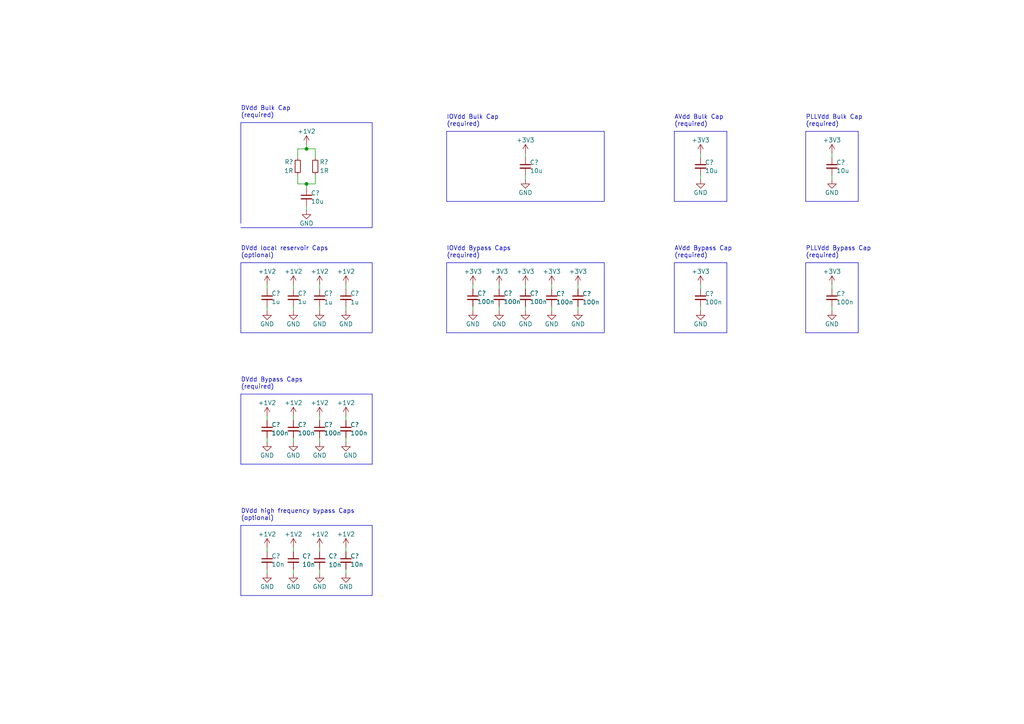
<source format=kicad_sch>
(kicad_sch (version 20230121) (generator eeschema)
  (paper "A4")
  (title_block (title "SmallDSP") (date "2023-10-12") (rev "1.1") (company "Till Heuer"))
  (lib_symbols
    (symbol "Device:C_Small" (pin_numbers hide) (pin_names (offset 0.254) hide)
      (property "Reference" "C" (at 0.254 1.778 0))
      (property "Value" "C_Small" (at 0.254 -2.032 0))
      (symbol "C_Small_0_1"
        (polyline (pts (xy -1.524 -0.508) (xy 1.524 -0.508)) (stroke (width 0.3302)))
        (polyline (pts (xy -1.524 0.508) (xy 1.524 0.508)) (stroke (width 0.3048)))
      )
      (symbol "C_Small_1_1"
        (pin passive line (at 0 2.54 270) (length 2.032) (name "~") (number "1"))
        (pin passive line (at 0 -2.54 90) (length 2.032) (name "~") (number "2"))
      )
    )
    (symbol "Device:R_Small" (pin_numbers hide) (pin_names (offset 0.254) hide)
      (property "Reference" "R" (at 0.762 0.508 0))
      (property "Value" "R_Small" (at 0.762 -1.016 0))
      (symbol "R_Small_0_1"
        (rectangle (start -0.762 1.778) (end 0.762 -1.778) (stroke (width 0.2032)))
      )
      (symbol "R_Small_1_1"
        (pin passive line (at 0 2.54 270) (length 0.762) (name "~") (number "1"))
        (pin passive line (at 0 -2.54 90) (length 0.762) (name "~") (number "2"))
      )
    )
    (symbol "power:+1V2" (power) (pin_names (offset 0))
      (property "Value" "+1V2" (at 0 3.556 0))
      (symbol "+1V2_0_1"
        (polyline (pts (xy -0.762 1.27) (xy 0 2.54)))
        (polyline (pts (xy 0 0) (xy 0 2.54)))
        (polyline (pts (xy 0 2.54) (xy 0.762 1.27)))
      )
      (symbol "+1V2_1_1"
        (pin power_in line (at 0 0 90) (length 0) hide (name "+1V2") (number "1"))
      )
    )
    (symbol "power:+3V3" (power) (pin_names (offset 0))
      (property "Value" "+3V3" (at 0 3.556 0))
      (symbol "+3V3_0_1"
        (polyline (pts (xy -0.762 1.27) (xy 0 2.54)))
        (polyline (pts (xy 0 0) (xy 0 2.54)))
        (polyline (pts (xy 0 2.54) (xy 0.762 1.27)))
      )
      (symbol "+3V3_1_1"
        (pin power_in line (at 0 0 90) (length 0) hide (name "+3V3") (number "1"))
      )
    )
    (symbol "power:GND" (power) (pin_names (offset 0))
      (property "Value" "GND" (at 0 -3.81 0))
      (symbol "GND_0_1"
        (polyline (pts (xy 0 0) (xy 0 -1.27) (xy 1.27 -1.27) (xy 0 -2.54) (xy -1.27 -1.27) (xy 0 -1.27)))
      )
      (symbol "GND_1_1"
        (pin power_in line (at 0 0 270) (length 0) hide (name "GND") (number "1"))
      )
    )
  )
  (junction (at 88.9 43.18))
  (junction (at 88.9 53.34))
  (polyline (pts (xy 69.85 96.52) (xy 69.85 76.2)))
  (wire (pts (xy 203.2 88.9) (xy 203.2 90.17)))
  (wire (pts (xy 160.02 82.55) (xy 160.02 83.82)))
  (polyline (pts (xy 129.54 76.2) (xy 175.26 76.2)))
  (polyline (pts (xy 248.92 38.1) (xy 248.92 58.42)))
  (wire (pts (xy 167.64 88.9) (xy 167.64 90.17)))
  (wire (pts (xy 91.44 45.72) (xy 91.44 43.18)))
  (wire (pts (xy 85.09 120.65) (xy 85.09 121.92)))
  (wire (pts (xy 91.44 43.18) (xy 88.9 43.18)))
  (polyline (pts (xy 175.26 76.2) (xy 175.26 96.52)))
  (wire (pts (xy 85.09 158.75) (xy 85.09 160.02)))
  (wire (pts (xy 77.47 88.9) (xy 77.47 90.17)))
  (wire (pts (xy 203.2 50.8) (xy 203.2 52.07)))
  (wire (pts (xy 100.33 165.1) (xy 100.33 166.37)))
  (polyline (pts (xy 233.68 58.42) (xy 248.92 58.42)))
  (wire (pts (xy 77.47 158.75) (xy 77.47 160.02)))
  (wire (pts (xy 77.47 127) (xy 77.47 128.27)))
  (wire (pts (xy 85.09 88.9) (xy 85.09 90.17)))
  (wire (pts (xy 91.44 50.8) (xy 91.44 53.34)))
  (polyline (pts (xy 210.82 96.52) (xy 210.82 76.2)))
  (wire (pts (xy 203.2 82.55) (xy 203.2 83.82)))
  (wire (pts (xy 100.33 120.65) (xy 100.33 121.92)))
  (polyline (pts (xy 69.85 64.77) (xy 69.85 35.56)))
  (wire (pts (xy 167.64 82.55) (xy 167.64 83.82)))
  (wire (pts (xy 241.3 50.8) (xy 241.3 52.07)))
  (polyline (pts (xy 175.26 38.1) (xy 129.54 38.1)))
  (wire (pts (xy 100.33 158.75) (xy 100.33 160.02)))
  (polyline (pts (xy 195.58 96.52) (xy 203.2 96.52)))
  (wire (pts (xy 144.78 82.55) (xy 144.78 83.82)))
  (polyline (pts (xy 195.58 58.42) (xy 210.82 58.42)))
  (polyline (pts (xy 203.2 96.52) (xy 210.82 96.52)))
  (polyline (pts (xy 69.85 172.72) (xy 107.95 172.72)))
  (polyline (pts (xy 86.36 66.04) (xy 107.95 66.04)))
  (polyline (pts (xy 233.68 58.42) (xy 233.68 38.1)))
  (polyline (pts (xy 86.36 66.04) (xy 69.85 66.04)))
  (polyline (pts (xy 233.68 76.2) (xy 248.92 76.2)))
  (wire (pts (xy 241.3 82.55) (xy 241.3 83.82)))
  (wire (pts (xy 88.9 53.34) (xy 88.9 54.61)))
  (polyline (pts (xy 210.82 38.1) (xy 210.82 58.42)))
  (polyline (pts (xy 69.85 152.4) (xy 107.95 152.4)))
  (wire (pts (xy 144.78 88.9) (xy 144.78 90.17)))
  (wire (pts (xy 203.2 44.45) (xy 203.2 45.72)))
  (wire (pts (xy 160.02 88.9) (xy 160.02 90.17)))
  (wire (pts (xy 92.71 158.75) (xy 92.71 160.02)))
  (wire (pts (xy 152.4 44.45) (xy 152.4 45.72)))
  (wire (pts (xy 152.4 82.55) (xy 152.4 83.82)))
  (wire (pts (xy 100.33 127) (xy 100.33 128.27)))
  (wire (pts (xy 88.9 59.69) (xy 88.9 60.96)))
  (polyline (pts (xy 210.82 76.2) (xy 195.58 76.2)))
  (wire (pts (xy 241.3 44.45) (xy 241.3 45.72)))
  (wire (pts (xy 100.33 88.9) (xy 100.33 90.17)))
  (polyline (pts (xy 233.68 96.52) (xy 233.68 76.2)))
  (wire (pts (xy 92.71 165.1) (xy 92.71 166.37)))
  (wire (pts (xy 152.4 50.8) (xy 152.4 52.07)))
  (polyline (pts (xy 69.85 172.72) (xy 69.85 152.4)))
  (wire (pts (xy 85.09 165.1) (xy 85.09 166.37)))
  (wire (pts (xy 77.47 120.65) (xy 77.47 121.92)))
  (polyline (pts (xy 248.92 76.2) (xy 248.92 96.52)))
  (wire (pts (xy 241.3 88.9) (xy 241.3 90.17)))
  (wire (pts (xy 77.47 82.55) (xy 77.47 83.82)))
  (wire (pts (xy 86.36 50.8) (xy 86.36 53.34)))
  (polyline (pts (xy 107.95 152.4) (xy 107.95 172.72)))
  (polyline (pts (xy 107.95 76.2) (xy 107.95 96.52)))
  (polyline (pts (xy 195.58 76.2) (xy 195.58 96.52)))
  (polyline (pts (xy 107.95 114.3) (xy 69.85 114.3)))
  (polyline (pts (xy 69.85 114.3) (xy 69.85 134.62)))
  (polyline (pts (xy 129.54 58.42) (xy 175.26 58.42)))
  (polyline (pts (xy 233.68 38.1) (xy 248.92 38.1)))
  (wire (pts (xy 137.16 88.9) (xy 137.16 90.17)))
  (wire (pts (xy 88.9 41.91) (xy 88.9 43.18)))
  (polyline (pts (xy 175.26 96.52) (xy 129.54 96.52)))
  (polyline (pts (xy 69.85 76.2) (xy 107.95 76.2)))
  (polyline (pts (xy 129.54 38.1) (xy 129.54 58.42)))
  (wire (pts (xy 86.36 43.18) (xy 86.36 45.72)))
  (wire (pts (xy 91.44 53.34) (xy 88.9 53.34)))
  (polyline (pts (xy 195.58 38.1) (xy 210.82 38.1)))
  (polyline (pts (xy 107.95 35.56) (xy 107.95 66.04)))
  (wire (pts (xy 92.71 120.65) (xy 92.71 121.92)))
  (polyline (pts (xy 69.85 96.52) (xy 107.95 96.52)))
  (wire (pts (xy 137.16 82.55) (xy 137.16 83.82)))
  (wire (pts (xy 152.4 88.9) (xy 152.4 90.17)))
  (polyline (pts (xy 107.95 134.62) (xy 107.95 114.3)))
  (polyline (pts (xy 69.85 35.56) (xy 107.95 35.56)))
  (wire (pts (xy 85.09 82.55) (xy 85.09 83.82)))
  (polyline (pts (xy 129.54 96.52) (xy 129.54 76.2)))
  (polyline (pts (xy 175.26 58.42) (xy 175.26 38.1)))
  (wire (pts (xy 92.71 88.9) (xy 92.71 90.17)))
  (polyline (pts (xy 233.68 96.52) (xy 248.92 96.52)))
  (wire (pts (xy 77.47 165.1) (xy 77.47 166.37)))
  (polyline (pts (xy 195.58 58.42) (xy 195.58 38.1)))
  (wire (pts (xy 86.36 53.34) (xy 88.9 53.34)))
  (wire (pts (xy 92.71 82.55) (xy 92.71 83.82)))
  (wire (pts (xy 92.71 127) (xy 92.71 128.27)))
  (wire (pts (xy 88.9 43.18) (xy 86.36 43.18)))
  (polyline (pts (xy 69.85 134.62) (xy 107.95 134.62)))
  (wire (pts (xy 100.33 82.55) (xy 100.33 83.82)))
  (wire (pts (xy 85.09 127) (xy 85.09 128.27)))
  (text "IOVdd Bypass Caps\n(required)" (at 129.54 74.93 0) (effects (font (size 1.27 1.27)) (justify left bottom)))
  (text "DVdd Bulk Cap\n(required)" (at 69.85 34.29 0) (effects (font (size 1.27 1.27)) (justify left bottom)))
  (text "PLLVdd Bypass Cap\n(required)" (at 233.68 74.93 0) (effects (font (size 1.27 1.27)) (justify left bottom)))
  (text "DVdd local reservoir Caps\n(optional)" (at 69.85 74.93 0) (effects (font (size 1.27 1.27)) (justify left bottom)))
  (text "IOVdd Bulk Cap\n(required)" (at 129.54 36.83 0) (effects (font (size 1.27 1.27)) (justify left bottom)))
  (text "DVdd Bypass Caps\n(required)" (at 69.85 113.03 0) (effects (font (size 1.27 1.27)) (justify left bottom)))
  (text "AVdd Bulk Cap\n(required)" (at 195.58 36.83 0) (effects (font (size 1.27 1.27)) (justify left bottom)))
  (text "AVdd Bypass Cap\n(required)" (at 195.58 74.93 0) (effects (font (size 1.27 1.27)) (justify left bottom)))
  (text "PLLVdd Bulk Cap\n(required)" (at 233.68 36.83 0) (effects (font (size 1.27 1.27)) (justify left bottom)))
  (text "DVdd high frequency bypass Caps\n(optional)" (at 69.85 151.13 0) (effects (font (size 1.27 1.27)) (justify left bottom)))
  (symbol (lib_id "Device:C_Small") (at 152.4 86.36 0) (unit 1)
    (property "Reference" "C?" (at 153.67 85.09 0) (effects (justify left)))
    (property "Value" "100n" (at 153.67 87.5142 0) (effects (justify left)))
    (property "Footprint" "Capacitor_SMD:C_0402_1005Metric" (effects hide))
    (property "Dielectric" "X7R" (effects hide))
    (property "Notes" "-25%@10VDC" (effects hide))
    (property "Rated Voltage" "50V" (effects hide))
    (property "Assembling" "X" (effects hide))
    (property "JLC Part Number" "C307331" (effects hide))
    (property "Manufacturer" "Samsung Electro-Mechanics" (effects hide))
    (property "Part Number" "CL05B104KB54PNC" (effects hide))
    (property "Tolerance" "10%" (effects hide))
    (instances (project "SmallDSPMaxi" (path "" (reference "C?") (unit 1)) (path "" (reference "C75") (unit 1))))
  )
  (symbol (lib_id "power:+3V3") (at 152.4 44.45 0) (unit 1)
    (property "Reference" "#PWR?" (effects hide))
    (property "Value" "+3V3" (at 152.4 40.64 0))
    (instances (project "SmallDSPMaxi" (path "" (reference "#PWR?") (unit 1)) (path "" (reference "#PWR0216") (unit 1))))
  )
  (symbol (lib_id "Device:C_Small") (at 203.2 48.26 0) (unit 1)
    (property "Reference" "C?" (at 204.47 47.1058 0) (effects (justify left)))
    (property "Value" "10u" (at 204.47 49.53 0) (effects (justify left)))
    (property "Footprint" "Capacitor_SMD:C_0603_1608Metric" (effects hide))
    (property "Dielectric" "X5R" (effects hide))
    (property "Notes" "-50%@5VDC" (effects hide))
    (property "Rated Voltage" "25V" (effects hide))
    (property "Assembling" "X" (effects hide))
    (property "JLC Part Number" "C96446" (effects hide))
    (property "Manufacturer" "Samsung Electro-Mechanics" (effects hide))
    (property "Part Number" "CL10A106MA8NRNC" (effects hide))
    (property "Tolerance" "10%" (effects hide))
    (instances (project "SmallDSPMaxi" (path "" (reference "C?") (unit 1)) (path "" (reference "C78") (unit 1))))
  )
  (symbol (lib_id "power:GND") (at 241.3 90.17 0) (unit 1)
    (property "Reference" "#PWR?" (effects hide))
    (property "Value" "GND" (at 241.3 93.98 0))
    (instances (project "SmallDSPMaxi" (path "" (reference "#PWR?") (unit 1)) (path "" (reference "#PWR0231") (unit 1))))
  )
  (symbol (lib_id "Device:C_Small") (at 167.64 86.36 0) (unit 1)
    (property "Reference" "C?" (at 168.91 85.2058 0) (effects (justify left)))
    (property "Value" "100n" (at 168.91 87.63 0) (effects (justify left)))
    (property "Footprint" "Capacitor_SMD:C_0402_1005Metric" (effects hide))
    (property "Dielectric" "X7R" (effects hide))
    (property "Notes" "-25%@10VDC" (effects hide))
    (property "Rated Voltage" "50V" (effects hide))
    (property "Assembling" "X" (effects hide))
    (property "JLC Part Number" "C307331" (effects hide))
    (property "Manufacturer" "Samsung Electro-Mechanics" (effects hide))
    (property "Part Number" "CL05B104KB54PNC" (effects hide))
    (property "Tolerance" "10%" (effects hide))
    (instances (project "SmallDSPMaxi" (path "" (reference "C?") (unit 1)) (path "" (reference "C77") (unit 1))))
  )
  (symbol (lib_id "Device:C_Small") (at 77.47 86.36 0) (unit 1)
    (property "Reference" "C?" (at 78.74 85.09 0) (effects (justify left)))
    (property "Value" "1u" (at 78.74 87.5142 0) (effects (justify left)))
    (property "Footprint" "Capacitor_SMD:C_0402_1005Metric" (effects hide))
    (property "Dielectric" "X5R" (effects hide))
    (property "Rated Voltage" "25V" (effects hide))
    (property "Assembling" "X" (effects hide))
    (property "JLC Part Number" "C52923" (effects hide))
    (property "Manufacturer" "Samsung Electro-Mechanics" (effects hide))
    (property "Part Number" "CL05A105KA5NQNC" (effects hide))
    (property "Tolerance" "10%" (effects hide))
    (instances (project "SmallDSPMaxi" (path "" (reference "C?") (unit 1)) (path "" (reference "C59") (unit 1))))
  )
  (symbol (lib_id "power:+3V3") (at 203.2 44.45 0) (unit 1)
    (property "Reference" "#PWR?" (effects hide))
    (property "Value" "+3V3" (at 203.2 40.64 0))
    (instances (project "SmallDSPMaxi" (path "" (reference "#PWR?") (unit 1)) (path "" (reference "#PWR0224") (unit 1))))
  )
  (symbol (lib_id "power:+1V2") (at 77.47 82.55 0) (unit 1)
    (property "Reference" "#PWR?" (effects hide))
    (property "Value" "+1V2" (at 77.47 78.74 0))
    (instances (project "SmallDSPMaxi" (path "" (reference "#PWR?") (unit 1)) (path "" (reference "#PWR0186") (unit 1))))
  )
  (symbol (lib_id "Device:C_Small") (at 100.33 86.36 0) (unit 1)
    (property "Reference" "C?" (at 101.6 85.09 0) (effects (justify left)))
    (property "Value" "1u" (at 101.6 87.63 0) (effects (justify left)))
    (property "Footprint" "Capacitor_SMD:C_0402_1005Metric" (effects hide))
    (property "Dielectric" "X5R" (effects hide))
    (property "Rated Voltage" "25V" (effects hide))
    (property "Assembling" "X" (effects hide))
    (property "JLC Part Number" "C52923" (effects hide))
    (property "Manufacturer" "Samsung Electro-Mechanics" (effects hide))
    (property "Part Number" "CL05A105KA5NQNC" (effects hide))
    (property "Tolerance" "10%" (effects hide))
    (instances (project "SmallDSPMaxi" (path "" (reference "C?") (unit 1)) (path "" (reference "C69") (unit 1))))
  )
  (symbol (lib_id "power:GND") (at 203.2 90.17 0) (unit 1)
    (property "Reference" "#PWR?" (effects hide))
    (property "Value" "GND" (at 203.2 93.98 0))
    (instances (project "SmallDSPMaxi" (path "" (reference "#PWR?") (unit 1)) (path "" (reference "#PWR0227") (unit 1))))
  )
  (symbol (lib_id "Device:C_Small") (at 92.71 162.56 0) (unit 1)
    (property "Reference" "C?" (at 95.25 161.29 0) (effects (justify left)))
    (property "Value" "10n" (at 95.25 163.83 0) (effects (justify left)))
    (property "Footprint" "Capacitor_SMD:C_0402_1005Metric" (effects hide))
    (property "Dielectric" "X7R" (effects hide))
    (property "Rated Voltage" "50V" (effects hide))
    (property "Assembling" "X" (effects hide))
    (property "JLC Part Number" "C15195" (effects hide))
    (property "Manufacturer" "Samsung Electro-Mechanics" (effects hide))
    (property "Part Number" "CL05B103KB5NNNC" (effects hide))
    (property "Tolerance" "10%" (effects hide))
    (instances (project "SmallDSPMaxi" (path "" (reference "C?") (unit 1)) (path "" (reference "C68") (unit 1))))
  )
  (symbol (lib_id "Device:C_Small") (at 137.16 86.36 0) (unit 1)
    (property "Reference" "C?" (at 138.43 85.09 0) (effects (justify left)))
    (property "Value" "100n" (at 138.43 87.5142 0) (effects (justify left)))
    (property "Footprint" "Capacitor_SMD:C_0402_1005Metric" (effects hide))
    (property "Dielectric" "X7R" (effects hide))
    (property "Notes" "-25%@10VDC" (effects hide))
    (property "Rated Voltage" "50V" (effects hide))
    (property "Assembling" "X" (effects hide))
    (property "JLC Part Number" "C307331" (effects hide))
    (property "Manufacturer" "Samsung Electro-Mechanics" (effects hide))
    (property "Part Number" "CL05B104KB54PNC" (effects hide))
    (property "Tolerance" "10%" (effects hide))
    (instances (project "SmallDSPMaxi" (path "" (reference "C?") (unit 1)) (path "" (reference "C72") (unit 1))))
  )
  (symbol (lib_id "Device:C_Small") (at 144.78 86.36 0) (unit 1)
    (property "Reference" "C?" (at 146.05 85.09 0) (effects (justify left)))
    (property "Value" "100n" (at 146.05 87.5142 0) (effects (justify left)))
    (property "Footprint" "Capacitor_SMD:C_0402_1005Metric" (effects hide))
    (property "Dielectric" "X7R" (effects hide))
    (property "Notes" "-25%@10VDC" (effects hide))
    (property "Rated Voltage" "50V" (effects hide))
    (property "Assembling" "X" (effects hide))
    (property "JLC Part Number" "C307331" (effects hide))
    (property "Manufacturer" "Samsung Electro-Mechanics" (effects hide))
    (property "Part Number" "CL05B104KB54PNC" (effects hide))
    (property "Tolerance" "10%" (effects hide))
    (instances (project "SmallDSPMaxi" (path "" (reference "C?") (unit 1)) (path "" (reference "C73") (unit 1))))
  )
  (symbol (lib_id "power:+3V3") (at 241.3 44.45 0) (unit 1)
    (property "Reference" "#PWR?" (effects hide))
    (property "Value" "+3V3" (at 241.3 40.64 0))
    (instances (project "SmallDSPMaxi" (path "" (reference "#PWR?") (unit 1)) (path "" (reference "#PWR0228") (unit 1))))
  )
  (symbol (lib_id "power:GND") (at 137.16 90.17 0) (unit 1)
    (property "Reference" "#PWR?" (effects hide))
    (property "Value" "GND" (at 137.16 93.98 0))
    (instances (project "SmallDSPMaxi" (path "" (reference "#PWR?") (unit 1)) (path "" (reference "#PWR0213") (unit 1))))
  )
  (symbol (lib_id "Device:C_Small") (at 85.09 86.36 0) (unit 1)
    (property "Reference" "C?" (at 86.36 85.09 0) (effects (justify left)))
    (property "Value" "1u" (at 86.36 87.5142 0) (effects (justify left)))
    (property "Footprint" "Capacitor_SMD:C_0402_1005Metric" (effects hide))
    (property "Dielectric" "X5R" (effects hide))
    (property "Rated Voltage" "25V" (effects hide))
    (property "Assembling" "X" (effects hide))
    (property "JLC Part Number" "C52923" (effects hide))
    (property "Manufacturer" "Samsung Electro-Mechanics" (effects hide))
    (property "Part Number" "CL05A105KA5NQNC" (effects hide))
    (property "Tolerance" "10%" (effects hide))
    (instances (project "SmallDSPMaxi" (path "" (reference "C?") (unit 1)) (path "" (reference "C62") (unit 1))))
  )
  (symbol (lib_id "power:GND") (at 85.09 90.17 0) (unit 1)
    (property "Reference" "#PWR?" (effects hide))
    (property "Value" "GND" (at 85.09 93.98 0))
    (instances (project "SmallDSPMaxi" (path "" (reference "#PWR?") (unit 1)) (path "" (reference "#PWR0193") (unit 1))))
  )
  (symbol (lib_id "Device:C_Small") (at 241.3 48.26 0) (unit 1)
    (property "Reference" "C?" (at 242.57 47.1058 0) (effects (justify left)))
    (property "Value" "10u" (at 242.57 49.53 0) (effects (justify left)))
    (property "Footprint" "Capacitor_SMD:C_0603_1608Metric" (effects hide))
    (property "Dielectric" "X5R" (effects hide))
    (property "Notes" "-50%@5VDC" (effects hide))
    (property "Rated Voltage" "25V" (effects hide))
    (property "Assembling" "X" (effects hide))
    (property "JLC Part Number" "C96446" (effects hide))
    (property "Manufacturer" "Samsung Electro-Mechanics" (effects hide))
    (property "Part Number" "CL10A106MA8NRNC" (effects hide))
    (property "Tolerance" "10%" (effects hide))
    (instances (project "SmallDSPMaxi" (path "" (reference "C?") (unit 1)) (path "" (reference "C80") (unit 1))))
  )
  (symbol (lib_id "power:GND") (at 85.09 166.37 0) (unit 1)
    (property "Reference" "#PWR?" (effects hide))
    (property "Value" "GND" (at 85.09 170.18 0))
    (instances (project "SmallDSPMaxi" (path "" (reference "#PWR?") (unit 1)) (path "" (reference "#PWR0197") (unit 1))))
  )
  (symbol (lib_id "Device:C_Small") (at 88.9 57.15 0) (unit 1)
    (property "Reference" "C?" (at 90.17 55.9958 0) (effects (justify left)))
    (property "Value" "10u" (at 90.17 58.42 0) (effects (justify left)))
    (property "Footprint" "Capacitor_SMD:C_0603_1608Metric" (effects hide))
    (property "Dielectric" "X5R" (effects hide))
    (property "Notes" "-50%@5VDC" (effects hide))
    (property "Rated Voltage" "25V" (effects hide))
    (property "Assembling" "X" (effects hide))
    (property "JLC Part Number" "C96446" (effects hide))
    (property "Manufacturer" "Samsung Electro-Mechanics" (effects hide))
    (property "Part Number" "CL10A106MA8NRNC" (effects hide))
    (property "Tolerance" "10%" (effects hide))
    (instances (project "SmallDSPMaxi" (path "" (reference "C?") (unit 1)) (path "" (reference "C65") (unit 1))))
  )
  (symbol (lib_id "power:+1V2") (at 77.47 158.75 0) (unit 1)
    (property "Reference" "#PWR?" (effects hide))
    (property "Value" "+1V2" (at 77.47 154.94 0))
    (instances (project "SmallDSPMaxi" (path "" (reference "#PWR?") (unit 1)) (path "" (reference "#PWR0190") (unit 1))))
  )
  (symbol (lib_id "Device:R_Small") (at 91.44 48.26 0) (unit 1)
    (property "Reference" "R?" (at 92.71 46.99 0) (effects (justify left)))
    (property "Value" "1R" (at 92.71 49.53 0) (effects (justify left)))
    (property "Footprint" "Resistor_SMD:R_0402_1005Metric" (effects hide))
    (property "Assembling" "X" (effects hide))
    (property "JLC Part Number" "C25086" (effects hide))
    (property "Rated Power" "62.5mW" (effects hide))
    (property "Manufacturer" "UNI-ROYAL(Uniroyal Elec)" (effects hide))
    (property "Part Number" "0402WGF100KTCE" (effects hide))
    (property "Tolerance" "1%" (effects hide))
    (instances (project "SmallDSPMaxi" (path "" (reference "R?") (unit 1)) (path "" (reference "R88") (unit 1))))
  )
  (symbol (lib_id "Device:C_Small") (at 241.3 86.36 0) (unit 1)
    (property "Reference" "C?" (at 242.57 85.2058 0) (effects (justify left)))
    (property "Value" "100n" (at 242.57 87.63 0) (effects (justify left)))
    (property "Footprint" "Capacitor_SMD:C_0402_1005Metric" (effects hide))
    (property "Dielectric" "X7R" (effects hide))
    (property "Notes" "-25%@10VDC" (effects hide))
    (property "Rated Voltage" "50V" (effects hide))
    (property "Assembling" "X" (effects hide))
    (property "JLC Part Number" "C307331" (effects hide))
    (property "Manufacturer" "Samsung Electro-Mechanics" (effects hide))
    (property "Part Number" "CL05B104KB54PNC" (effects hide))
    (property "Tolerance" "10%" (effects hide))
    (instances (project "SmallDSPMaxi" (path "" (reference "C?") (unit 1)) (path "" (reference "C81") (unit 1))))
  )
  (symbol (lib_id "power:GND") (at 77.47 166.37 0) (unit 1)
    (property "Reference" "#PWR?" (effects hide))
    (property "Value" "GND" (at 77.47 170.18 0))
    (instances (project "SmallDSPMaxi" (path "" (reference "#PWR?") (unit 1)) (path "" (reference "#PWR0191") (unit 1))))
  )
  (symbol (lib_id "Device:C_Small") (at 100.33 162.56 0) (unit 1)
    (property "Reference" "C?" (at 101.6 161.29 0) (effects (justify left)))
    (property "Value" "10n" (at 101.6 163.7142 0) (effects (justify left)))
    (property "Footprint" "Capacitor_SMD:C_0402_1005Metric" (effects hide))
    (property "Dielectric" "X7R" (effects hide))
    (property "Rated Voltage" "50V" (effects hide))
    (property "Assembling" "X" (effects hide))
    (property "JLC Part Number" "C15195" (effects hide))
    (property "Manufacturer" "Samsung Electro-Mechanics" (effects hide))
    (property "Part Number" "CL05B103KB5NNNC" (effects hide))
    (property "Tolerance" "10%" (effects hide))
    (instances (project "SmallDSPMaxi" (path "" (reference "C?") (unit 1)) (path "" (reference "C71") (unit 1))))
  )
  (symbol (lib_id "power:GND") (at 88.9 60.96 0) (unit 1)
    (property "Reference" "#PWR?" (effects hide))
    (property "Value" "GND" (at 88.9 64.77 0))
    (instances (project "SmallDSPMaxi" (path "" (reference "#PWR?") (unit 1)) (path "" (reference "#PWR0199") (unit 1))))
  )
  (symbol (lib_id "power:+3V3") (at 203.2 82.55 0) (unit 1)
    (property "Reference" "#PWR?" (effects hide))
    (property "Value" "+3V3" (at 203.2 78.74 0))
    (instances (project "SmallDSPMaxi" (path "" (reference "#PWR?") (unit 1)) (path "" (reference "#PWR0226") (unit 1))))
  )
  (symbol (lib_id "Device:C_Small") (at 85.09 162.56 0) (unit 1)
    (property "Reference" "C?" (at 87.63 161.29 0) (effects (justify left)))
    (property "Value" "10n" (at 87.63 163.7142 0) (effects (justify left)))
    (property "Footprint" "Capacitor_SMD:C_0402_1005Metric" (effects hide))
    (property "Dielectric" "X7R" (effects hide))
    (property "Rated Voltage" "50V" (effects hide))
    (property "Assembling" "X" (effects hide))
    (property "JLC Part Number" "C15195" (effects hide))
    (property "Manufacturer" "Samsung Electro-Mechanics" (effects hide))
    (property "Part Number" "CL05B103KB5NNNC" (effects hide))
    (property "Tolerance" "10%" (effects hide))
    (instances (project "SmallDSPMaxi" (path "" (reference "C?") (unit 1)) (path "" (reference "C64") (unit 1))))
  )
  (symbol (lib_id "power:GND") (at 152.4 90.17 0) (unit 1)
    (property "Reference" "#PWR?" (effects hide))
    (property "Value" "GND" (at 152.4 93.98 0))
    (instances (project "SmallDSPMaxi" (path "" (reference "#PWR?") (unit 1)) (path "" (reference "#PWR0219") (unit 1))))
  )
  (symbol (lib_id "power:GND") (at 203.2 52.07 0) (unit 1)
    (property "Reference" "#PWR?" (effects hide))
    (property "Value" "GND" (at 203.2 55.88 0))
    (instances (project "SmallDSPMaxi" (path "" (reference "#PWR?") (unit 1)) (path "" (reference "#PWR0225") (unit 1))))
  )
  (symbol (lib_id "power:GND") (at 77.47 128.27 0) (unit 1)
    (property "Reference" "#PWR?" (effects hide))
    (property "Value" "GND" (at 77.47 132.08 0))
    (instances (project "SmallDSPMaxi" (path "" (reference "#PWR?") (unit 1)) (path "" (reference "#PWR0189") (unit 1))))
  )
  (symbol (lib_id "power:GND") (at 160.02 90.17 0) (unit 1)
    (property "Reference" "#PWR?" (effects hide))
    (property "Value" "GND" (at 160.02 93.98 0))
    (instances (project "SmallDSPMaxi" (path "" (reference "#PWR?") (unit 1)) (path "" (reference "#PWR0221") (unit 1))))
  )
  (symbol (lib_id "power:+1V2") (at 88.9 41.91 0) (unit 1)
    (property "Reference" "#PWR?" (effects hide))
    (property "Value" "+1V2" (at 88.9 38.1 0))
    (instances (project "SmallDSPMaxi" (path "" (reference "#PWR?") (unit 1)) (path "" (reference "#PWR0198") (unit 1))))
  )
  (symbol (lib_id "power:+3V3") (at 144.78 82.55 0) (unit 1)
    (property "Reference" "#PWR?" (effects hide))
    (property "Value" "+3V3" (at 144.78 78.74 0))
    (instances (project "SmallDSPMaxi" (path "" (reference "#PWR?") (unit 1)) (path "" (reference "#PWR0214") (unit 1))))
  )
  (symbol (lib_id "Device:C_Small") (at 77.47 124.46 0) (unit 1)
    (property "Reference" "C?" (at 78.74 123.19 0) (effects (justify left)))
    (property "Value" "100n" (at 78.74 125.6142 0) (effects (justify left)))
    (property "Footprint" "Capacitor_SMD:C_0402_1005Metric" (effects hide))
    (property "Dielectric" "X7R" (effects hide))
    (property "Notes" "-25%@10VDC" (effects hide))
    (property "Rated Voltage" "50V" (effects hide))
    (property "Assembling" "X" (effects hide))
    (property "JLC Part Number" "C307331" (effects hide))
    (property "Manufacturer" "Samsung Electro-Mechanics" (effects hide))
    (property "Part Number" "CL05B104KB54PNC" (effects hide))
    (property "Tolerance" "10%" (effects hide))
    (instances (project "SmallDSPMaxi" (path "" (reference "C?") (unit 1)) (path "" (reference "C60") (unit 1))))
  )
  (symbol (lib_id "Device:C_Small") (at 92.71 86.36 0) (unit 1)
    (property "Reference" "C?" (at 93.98 85.09 0) (effects (justify left)))
    (property "Value" "1u" (at 93.98 87.63 0) (effects (justify left)))
    (property "Footprint" "Capacitor_SMD:C_0402_1005Metric" (effects hide))
    (property "Dielectric" "X5R" (effects hide))
    (property "Rated Voltage" "25V" (effects hide))
    (property "Assembling" "X" (effects hide))
    (property "JLC Part Number" "C52923" (effects hide))
    (property "Manufacturer" "Samsung Electro-Mechanics" (effects hide))
    (property "Part Number" "CL05A105KA5NQNC" (effects hide))
    (property "Tolerance" "10%" (effects hide))
    (instances (project "SmallDSPMaxi" (path "" (reference "C?") (unit 1)) (path "" (reference "C66") (unit 1))))
  )
  (symbol (lib_id "power:+1V2") (at 85.09 82.55 0) (unit 1)
    (property "Reference" "#PWR?" (effects hide))
    (property "Value" "+1V2" (at 85.09 78.74 0))
    (instances (project "SmallDSPMaxi" (path "" (reference "#PWR?") (unit 1)) (path "" (reference "#PWR0192") (unit 1))))
  )
  (symbol (lib_id "power:GND") (at 77.47 90.17 0) (unit 1)
    (property "Reference" "#PWR?" (effects hide))
    (property "Value" "GND" (at 77.47 93.98 0))
    (instances (project "SmallDSPMaxi" (path "" (reference "#PWR?") (unit 1)) (path "" (reference "#PWR0187") (unit 1))))
  )
  (symbol (lib_id "power:GND") (at 152.4 52.07 0) (unit 1)
    (property "Reference" "#PWR?" (effects hide))
    (property "Value" "GND" (at 152.4 55.88 0))
    (instances (project "SmallDSPMaxi" (path "" (reference "#PWR?") (unit 1)) (path "" (reference "#PWR0217") (unit 1))))
  )
  (symbol (lib_id "power:GND") (at 100.33 90.17 0) (unit 1)
    (property "Reference" "#PWR?" (effects hide))
    (property "Value" "GND" (at 100.33 93.98 0))
    (instances (project "SmallDSPMaxi" (path "" (reference "#PWR?") (unit 1)) (path "" (reference "#PWR0207") (unit 1))))
  )
  (symbol (lib_id "Device:C_Small") (at 152.4 48.26 0) (unit 1)
    (property "Reference" "C?" (at 153.67 47.1058 0) (effects (justify left)))
    (property "Value" "10u" (at 153.67 49.53 0) (effects (justify left)))
    (property "Footprint" "Capacitor_SMD:C_0603_1608Metric" (effects hide))
    (property "Dielectric" "X5R" (effects hide))
    (property "Notes" "-50%@5VDC" (effects hide))
    (property "Rated Voltage" "25V" (effects hide))
    (property "Assembling" "X" (effects hide))
    (property "JLC Part Number" "C96446" (effects hide))
    (property "Manufacturer" "Samsung Electro-Mechanics" (effects hide))
    (property "Part Number" "CL10A106MA8NRNC" (effects hide))
    (property "Tolerance" "10%" (effects hide))
    (instances (project "SmallDSPMaxi" (path "" (reference "C?") (unit 1)) (path "" (reference "C74") (unit 1))))
  )
  (symbol (lib_id "power:GND") (at 92.71 128.27 0) (unit 1)
    (property "Reference" "#PWR?" (effects hide))
    (property "Value" "GND" (at 92.71 132.08 0))
    (instances (project "SmallDSPMaxi" (path "" (reference "#PWR?") (unit 1)) (path "" (reference "#PWR0203") (unit 1))))
  )
  (symbol (lib_id "power:+1V2") (at 92.71 82.55 0) (unit 1)
    (property "Reference" "#PWR?" (effects hide))
    (property "Value" "+1V2" (at 92.71 78.74 0))
    (instances (project "SmallDSPMaxi" (path "" (reference "#PWR?") (unit 1)) (path "" (reference "#PWR0200") (unit 1))))
  )
  (symbol (lib_id "power:+3V3") (at 241.3 82.55 0) (unit 1)
    (property "Reference" "#PWR?" (effects hide))
    (property "Value" "+3V3" (at 241.3 78.74 0))
    (instances (project "SmallDSPMaxi" (path "" (reference "#PWR?") (unit 1)) (path "" (reference "#PWR0230") (unit 1))))
  )
  (symbol (lib_id "power:+1V2") (at 100.33 120.65 0) (unit 1)
    (property "Reference" "#PWR?" (effects hide))
    (property "Value" "+1V2" (at 100.33 116.84 0))
    (instances (project "SmallDSPMaxi" (path "" (reference "#PWR?") (unit 1)) (path "" (reference "#PWR0208") (unit 1))))
  )
  (symbol (lib_id "power:+1V2") (at 77.47 120.65 0) (unit 1)
    (property "Reference" "#PWR?" (effects hide))
    (property "Value" "+1V2" (at 77.47 116.84 0))
    (instances (project "SmallDSPMaxi" (path "" (reference "#PWR?") (unit 1)) (path "" (reference "#PWR0188") (unit 1))))
  )
  (symbol (lib_id "Device:R_Small") (at 86.36 48.26 0) (mirror y) (unit 1)
    (property "Reference" "R?" (at 85.09 46.99 0) (effects (justify left)))
    (property "Value" "1R" (at 85.09 49.53 0) (effects (justify left)))
    (property "Footprint" "Resistor_SMD:R_0402_1005Metric" (effects hide))
    (property "Assembling" "X" (effects hide))
    (property "JLC Part Number" "C25086" (effects hide))
    (property "Rated Power" "62.5mW" (effects hide))
    (property "Manufacturer" "UNI-ROYAL(Uniroyal Elec)" (effects hide))
    (property "Part Number" "0402WGF100KTCE" (effects hide))
    (property "Tolerance" "1%" (effects hide))
    (instances (project "SmallDSPMaxi" (path "" (reference "R?") (unit 1)) (path "" (reference "R87") (unit 1))))
  )
  (symbol (lib_id "power:GND") (at 92.71 166.37 0) (unit 1)
    (property "Reference" "#PWR?" (effects hide))
    (property "Value" "GND" (at 92.71 170.18 0))
    (instances (project "SmallDSPMaxi" (path "" (reference "#PWR?") (unit 1)) (path "" (reference "#PWR0205") (unit 1))))
  )
  (symbol (lib_id "power:+1V2") (at 100.33 158.75 0) (unit 1)
    (property "Reference" "#PWR?" (effects hide))
    (property "Value" "+1V2" (at 100.33 154.94 0))
    (instances (project "SmallDSPMaxi" (path "" (reference "#PWR?") (unit 1)) (path "" (reference "#PWR0210") (unit 1))))
  )
  (symbol (lib_id "Device:C_Small") (at 77.47 162.56 0) (unit 1)
    (property "Reference" "C?" (at 78.74 161.29 0) (effects (justify left)))
    (property "Value" "10n" (at 78.74 163.7142 0) (effects (justify left)))
    (property "Footprint" "Capacitor_SMD:C_0402_1005Metric" (effects hide))
    (property "Dielectric" "X7R" (effects hide))
    (property "Rated Voltage" "50V" (effects hide))
    (property "Assembling" "X" (effects hide))
    (property "JLC Part Number" "C15195" (effects hide))
    (property "Manufacturer" "Samsung Electro-Mechanics" (effects hide))
    (property "Part Number" "CL05B103KB5NNNC" (effects hide))
    (property "Tolerance" "10%" (effects hide))
    (instances (project "SmallDSPMaxi" (path "" (reference "C?") (unit 1)) (path "" (reference "C61") (unit 1))))
  )
  (symbol (lib_id "power:GND") (at 100.33 166.37 0) (unit 1)
    (property "Reference" "#PWR?" (effects hide))
    (property "Value" "GND" (at 100.33 170.18 0))
    (instances (project "SmallDSPMaxi" (path "" (reference "#PWR?") (unit 1)) (path "" (reference "#PWR0211") (unit 1))))
  )
  (symbol (lib_id "power:GND") (at 167.64 90.17 0) (unit 1)
    (property "Reference" "#PWR?" (effects hide))
    (property "Value" "GND" (at 167.64 93.98 0))
    (instances (project "SmallDSPMaxi" (path "" (reference "#PWR?") (unit 1)) (path "" (reference "#PWR0223") (unit 1))))
  )
  (symbol (lib_id "power:GND") (at 241.3 52.07 0) (unit 1)
    (property "Reference" "#PWR?" (effects hide))
    (property "Value" "GND" (at 241.3 55.88 0))
    (instances (project "SmallDSPMaxi" (path "" (reference "#PWR?") (unit 1)) (path "" (reference "#PWR0229") (unit 1))))
  )
  (symbol (lib_id "power:GND") (at 92.71 90.17 0) (unit 1)
    (property "Reference" "#PWR?" (effects hide))
    (property "Value" "GND" (at 92.71 93.98 0))
    (instances (project "SmallDSPMaxi" (path "" (reference "#PWR?") (unit 1)) (path "" (reference "#PWR0201") (unit 1))))
  )
  (symbol (lib_id "power:+3V3") (at 160.02 82.55 0) (unit 1)
    (property "Reference" "#PWR?" (effects hide))
    (property "Value" "+3V3" (at 160.02 78.74 0))
    (instances (project "SmallDSPMaxi" (path "" (reference "#PWR?") (unit 1)) (path "" (reference "#PWR0220") (unit 1))))
  )
  (symbol (lib_id "Device:C_Small") (at 160.02 86.36 0) (unit 1)
    (property "Reference" "C?" (at 161.29 85.2058 0) (effects (justify left)))
    (property "Value" "100n" (at 161.29 87.63 0) (effects (justify left)))
    (property "Footprint" "Capacitor_SMD:C_0402_1005Metric" (effects hide))
    (property "Dielectric" "X7R" (effects hide))
    (property "Notes" "-25%@10VDC" (effects hide))
    (property "Rated Voltage" "50V" (effects hide))
    (property "Assembling" "X" (effects hide))
    (property "JLC Part Number" "C307331" (effects hide))
    (property "Manufacturer" "Samsung Electro-Mechanics" (effects hide))
    (property "Part Number" "CL05B104KB54PNC" (effects hide))
    (property "Tolerance" "10%" (effects hide))
    (instances (project "SmallDSPMaxi" (path "" (reference "C?") (unit 1)) (path "" (reference "C76") (unit 1))))
  )
  (symbol (lib_id "power:+3V3") (at 152.4 82.55 0) (unit 1)
    (property "Reference" "#PWR?" (effects hide))
    (property "Value" "+3V3" (at 152.4 78.74 0))
    (instances (project "SmallDSPMaxi" (path "" (reference "#PWR?") (unit 1)) (path "" (reference "#PWR0218") (unit 1))))
  )
  (symbol (lib_id "Device:C_Small") (at 85.09 124.46 0) (unit 1)
    (property "Reference" "C?" (at 86.36 123.19 0) (effects (justify left)))
    (property "Value" "100n" (at 86.36 125.6142 0) (effects (justify left)))
    (property "Footprint" "Capacitor_SMD:C_0402_1005Metric" (effects hide))
    (property "Dielectric" "X7R" (effects hide))
    (property "Notes" "-25%@10VDC" (effects hide))
    (property "Rated Voltage" "50V" (effects hide))
    (property "Assembling" "X" (effects hide))
    (property "JLC Part Number" "C307331" (effects hide))
    (property "Manufacturer" "Samsung Electro-Mechanics" (effects hide))
    (property "Part Number" "CL05B104KB54PNC" (effects hide))
    (property "Tolerance" "10%" (effects hide))
    (instances (project "SmallDSPMaxi" (path "" (reference "C?") (unit 1)) (path "" (reference "C63") (unit 1))))
  )
  (symbol (lib_id "power:+1V2") (at 92.71 120.65 0) (unit 1)
    (property "Reference" "#PWR?" (effects hide))
    (property "Value" "+1V2" (at 92.71 116.84 0))
    (instances (project "SmallDSPMaxi" (path "" (reference "#PWR?") (unit 1)) (path "" (reference "#PWR0202") (unit 1))))
  )
  (symbol (lib_id "power:GND") (at 144.78 90.17 0) (unit 1)
    (property "Reference" "#PWR?" (effects hide))
    (property "Value" "GND" (at 144.78 93.98 0))
    (instances (project "SmallDSPMaxi" (path "" (reference "#PWR?") (unit 1)) (path "" (reference "#PWR0215") (unit 1))))
  )
  (symbol (lib_id "power:+1V2") (at 85.09 120.65 0) (unit 1)
    (property "Reference" "#PWR?" (effects hide))
    (property "Value" "+1V2" (at 85.09 116.84 0))
    (instances (project "SmallDSPMaxi" (path "" (reference "#PWR?") (unit 1)) (path "" (reference "#PWR0194") (unit 1))))
  )
  (symbol (lib_id "Device:C_Small") (at 203.2 86.36 0) (unit 1)
    (property "Reference" "C?" (at 204.47 85.2058 0) (effects (justify left)))
    (property "Value" "100n" (at 204.47 87.63 0) (effects (justify left)))
    (property "Footprint" "Capacitor_SMD:C_0402_1005Metric" (effects hide))
    (property "Dielectric" "X7R" (effects hide))
    (property "Notes" "-25%@10VDC" (effects hide))
    (property "Rated Voltage" "50V" (effects hide))
    (property "Assembling" "X" (effects hide))
    (property "JLC Part Number" "C307331" (effects hide))
    (property "Manufacturer" "Samsung Electro-Mechanics" (effects hide))
    (property "Part Number" "CL05B104KB54PNC" (effects hide))
    (property "Tolerance" "10%" (effects hide))
    (instances (project "SmallDSPMaxi" (path "" (reference "C?") (unit 1)) (path "" (reference "C79") (unit 1))))
  )
  (symbol (lib_id "Device:C_Small") (at 100.33 124.46 0) (unit 1)
    (property "Reference" "C?" (at 101.6 123.19 0) (effects (justify left)))
    (property "Value" "100n" (at 101.6 125.6142 0) (effects (justify left)))
    (property "Footprint" "Capacitor_SMD:C_0402_1005Metric" (effects hide))
    (property "Dielectric" "X7R" (effects hide))
    (property "Notes" "-25%@10VDC" (effects hide))
    (property "Rated Voltage" "50V" (effects hide))
    (property "Assembling" "X" (effects hide))
    (property "JLC Part Number" "C307331" (effects hide))
    (property "Manufacturer" "Samsung Electro-Mechanics" (effects hide))
    (property "Part Number" "CL05B104KB54PNC" (effects hide))
    (property "Tolerance" "10%" (effects hide))
    (instances (project "SmallDSPMaxi" (path "" (reference "C?") (unit 1)) (path "" (reference "C70") (unit 1))))
  )
  (symbol (lib_id "power:+3V3") (at 167.64 82.55 0) (unit 1)
    (property "Reference" "#PWR?" (effects hide))
    (property "Value" "+3V3" (at 167.64 78.74 0))
    (instances (project "SmallDSPMaxi" (path "" (reference "#PWR?") (unit 1)) (path "" (reference "#PWR0222") (unit 1))))
  )
  (symbol (lib_id "power:+1V2") (at 100.33 82.55 0) (unit 1)
    (property "Reference" "#PWR?" (effects hide))
    (property "Value" "+1V2" (at 100.33 78.74 0))
    (instances (project "SmallDSPMaxi" (path "" (reference "#PWR?") (unit 1)) (path "" (reference "#PWR0206") (unit 1))))
  )
  (symbol (lib_id "power:+3V3") (at 137.16 82.55 0) (unit 1)
    (property "Reference" "#PWR?" (effects hide))
    (property "Value" "+3V3" (at 137.16 78.74 0))
    (instances (project "SmallDSPMaxi" (path "" (reference "#PWR?") (unit 1)) (path "" (reference "#PWR0212") (unit 1))))
  )
  (symbol (lib_id "power:GND") (at 100.33 128.27 0) (unit 1)
    (property "Reference" "#PWR?" (effects hide))
    (property "Value" "GND" (at 101.6 132.08 0))
    (instances (project "SmallDSPMaxi" (path "" (reference "#PWR?") (unit 1)) (path "" (reference "#PWR0209") (unit 1))))
  )
  (symbol (lib_id "power:+1V2") (at 92.71 158.75 0) (unit 1)
    (property "Reference" "#PWR?" (effects hide))
    (property "Value" "+1V2" (at 92.71 154.94 0))
    (instances (project "SmallDSPMaxi" (path "" (reference "#PWR?") (unit 1)) (path "" (reference "#PWR0204") (unit 1))))
  )
  (symbol (lib_id "Device:C_Small") (at 92.71 124.46 0) (unit 1)
    (property "Reference" "C?" (at 93.98 123.19 0) (effects (justify left)))
    (property "Value" "100n" (at 93.98 125.6142 0) (effects (justify left)))
    (property "Footprint" "Capacitor_SMD:C_0402_1005Metric" (effects hide))
    (property "Dielectric" "X7R" (effects hide))
    (property "Notes" "-25%@10VDC" (effects hide))
    (property "Rated Voltage" "50V" (effects hide))
    (property "Assembling" "X" (effects hide))
    (property "JLC Part Number" "C307331" (effects hide))
    (property "Manufacturer" "Samsung Electro-Mechanics" (effects hide))
    (property "Part Number" "CL05B104KB54PNC" (effects hide))
    (property "Tolerance" "10%" (effects hide))
    (instances (project "SmallDSPMaxi" (path "" (reference "C?") (unit 1)) (path "" (reference "C67") (unit 1))))
  )
  (symbol (lib_id "power:GND") (at 85.09 128.27 0) (unit 1)
    (property "Reference" "#PWR?" (effects hide))
    (property "Value" "GND" (at 85.09 132.08 0))
    (instances (project "SmallDSPMaxi" (path "" (reference "#PWR?") (unit 1)) (path "" (reference "#PWR0195") (unit 1))))
  )
  (symbol (lib_id "power:+1V2") (at 85.09 158.75 0) (unit 1)
    (property "Reference" "#PWR?" (effects hide))
    (property "Value" "+1V2" (at 85.09 154.94 0))
    (instances (project "SmallDSPMaxi" (path "" (reference "#PWR?") (unit 1)) (path "" (reference "#PWR0196") (unit 1))))
  )
)
</source>
